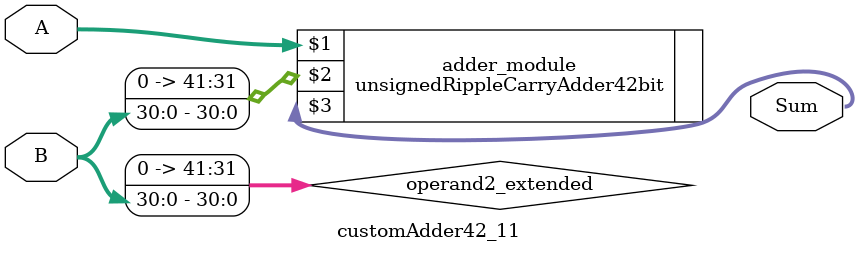
<source format=v>
module customAdder42_11(
                        input [41 : 0] A,
                        input [30 : 0] B,
                        
                        output [42 : 0] Sum
                );

        wire [41 : 0] operand2_extended;
        
        assign operand2_extended =  {11'b0, B};
        
        unsignedRippleCarryAdder42bit adder_module(
            A,
            operand2_extended,
            Sum
        );
        
        endmodule
        
</source>
